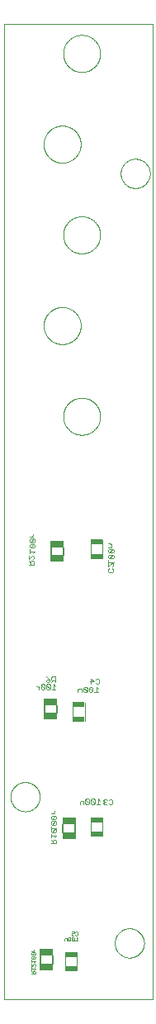
<source format=gbo>
G75*
%MOIN*%
%OFA0B0*%
%FSLAX25Y25*%
%IPPOS*%
%LPD*%
%AMOC8*
5,1,8,0,0,1.08239X$1,22.5*
%
%ADD10C,0.00000*%
%ADD11C,0.00600*%
%ADD12R,0.05512X0.02559*%
%ADD13C,0.00200*%
%ADD14C,0.00100*%
%ADD15C,0.00400*%
%ADD16R,0.05118X0.01969*%
D10*
X0009674Y0017431D02*
X0009674Y0411132D01*
X0069674Y0411132D01*
X0069674Y0017431D01*
X0009674Y0017431D01*
X0012429Y0099321D02*
X0012431Y0099474D01*
X0012437Y0099628D01*
X0012447Y0099781D01*
X0012461Y0099933D01*
X0012479Y0100086D01*
X0012501Y0100237D01*
X0012526Y0100388D01*
X0012556Y0100539D01*
X0012590Y0100689D01*
X0012627Y0100837D01*
X0012668Y0100985D01*
X0012713Y0101131D01*
X0012762Y0101277D01*
X0012815Y0101421D01*
X0012871Y0101563D01*
X0012931Y0101704D01*
X0012995Y0101844D01*
X0013062Y0101982D01*
X0013133Y0102118D01*
X0013208Y0102252D01*
X0013285Y0102384D01*
X0013367Y0102514D01*
X0013451Y0102642D01*
X0013539Y0102768D01*
X0013630Y0102891D01*
X0013724Y0103012D01*
X0013822Y0103130D01*
X0013922Y0103246D01*
X0014026Y0103359D01*
X0014132Y0103470D01*
X0014241Y0103578D01*
X0014353Y0103683D01*
X0014467Y0103784D01*
X0014585Y0103883D01*
X0014704Y0103979D01*
X0014826Y0104072D01*
X0014951Y0104161D01*
X0015078Y0104248D01*
X0015207Y0104330D01*
X0015338Y0104410D01*
X0015471Y0104486D01*
X0015606Y0104559D01*
X0015743Y0104628D01*
X0015882Y0104693D01*
X0016022Y0104755D01*
X0016164Y0104813D01*
X0016307Y0104868D01*
X0016452Y0104919D01*
X0016598Y0104966D01*
X0016745Y0105009D01*
X0016893Y0105048D01*
X0017042Y0105084D01*
X0017192Y0105115D01*
X0017343Y0105143D01*
X0017494Y0105167D01*
X0017647Y0105187D01*
X0017799Y0105203D01*
X0017952Y0105215D01*
X0018105Y0105223D01*
X0018258Y0105227D01*
X0018412Y0105227D01*
X0018565Y0105223D01*
X0018718Y0105215D01*
X0018871Y0105203D01*
X0019023Y0105187D01*
X0019176Y0105167D01*
X0019327Y0105143D01*
X0019478Y0105115D01*
X0019628Y0105084D01*
X0019777Y0105048D01*
X0019925Y0105009D01*
X0020072Y0104966D01*
X0020218Y0104919D01*
X0020363Y0104868D01*
X0020506Y0104813D01*
X0020648Y0104755D01*
X0020788Y0104693D01*
X0020927Y0104628D01*
X0021064Y0104559D01*
X0021199Y0104486D01*
X0021332Y0104410D01*
X0021463Y0104330D01*
X0021592Y0104248D01*
X0021719Y0104161D01*
X0021844Y0104072D01*
X0021966Y0103979D01*
X0022085Y0103883D01*
X0022203Y0103784D01*
X0022317Y0103683D01*
X0022429Y0103578D01*
X0022538Y0103470D01*
X0022644Y0103359D01*
X0022748Y0103246D01*
X0022848Y0103130D01*
X0022946Y0103012D01*
X0023040Y0102891D01*
X0023131Y0102768D01*
X0023219Y0102642D01*
X0023303Y0102514D01*
X0023385Y0102384D01*
X0023462Y0102252D01*
X0023537Y0102118D01*
X0023608Y0101982D01*
X0023675Y0101844D01*
X0023739Y0101704D01*
X0023799Y0101563D01*
X0023855Y0101421D01*
X0023908Y0101277D01*
X0023957Y0101131D01*
X0024002Y0100985D01*
X0024043Y0100837D01*
X0024080Y0100689D01*
X0024114Y0100539D01*
X0024144Y0100388D01*
X0024169Y0100237D01*
X0024191Y0100086D01*
X0024209Y0099933D01*
X0024223Y0099781D01*
X0024233Y0099628D01*
X0024239Y0099474D01*
X0024241Y0099321D01*
X0024239Y0099168D01*
X0024233Y0099014D01*
X0024223Y0098861D01*
X0024209Y0098709D01*
X0024191Y0098556D01*
X0024169Y0098405D01*
X0024144Y0098254D01*
X0024114Y0098103D01*
X0024080Y0097953D01*
X0024043Y0097805D01*
X0024002Y0097657D01*
X0023957Y0097511D01*
X0023908Y0097365D01*
X0023855Y0097221D01*
X0023799Y0097079D01*
X0023739Y0096938D01*
X0023675Y0096798D01*
X0023608Y0096660D01*
X0023537Y0096524D01*
X0023462Y0096390D01*
X0023385Y0096258D01*
X0023303Y0096128D01*
X0023219Y0096000D01*
X0023131Y0095874D01*
X0023040Y0095751D01*
X0022946Y0095630D01*
X0022848Y0095512D01*
X0022748Y0095396D01*
X0022644Y0095283D01*
X0022538Y0095172D01*
X0022429Y0095064D01*
X0022317Y0094959D01*
X0022203Y0094858D01*
X0022085Y0094759D01*
X0021966Y0094663D01*
X0021844Y0094570D01*
X0021719Y0094481D01*
X0021592Y0094394D01*
X0021463Y0094312D01*
X0021332Y0094232D01*
X0021199Y0094156D01*
X0021064Y0094083D01*
X0020927Y0094014D01*
X0020788Y0093949D01*
X0020648Y0093887D01*
X0020506Y0093829D01*
X0020363Y0093774D01*
X0020218Y0093723D01*
X0020072Y0093676D01*
X0019925Y0093633D01*
X0019777Y0093594D01*
X0019628Y0093558D01*
X0019478Y0093527D01*
X0019327Y0093499D01*
X0019176Y0093475D01*
X0019023Y0093455D01*
X0018871Y0093439D01*
X0018718Y0093427D01*
X0018565Y0093419D01*
X0018412Y0093415D01*
X0018258Y0093415D01*
X0018105Y0093419D01*
X0017952Y0093427D01*
X0017799Y0093439D01*
X0017647Y0093455D01*
X0017494Y0093475D01*
X0017343Y0093499D01*
X0017192Y0093527D01*
X0017042Y0093558D01*
X0016893Y0093594D01*
X0016745Y0093633D01*
X0016598Y0093676D01*
X0016452Y0093723D01*
X0016307Y0093774D01*
X0016164Y0093829D01*
X0016022Y0093887D01*
X0015882Y0093949D01*
X0015743Y0094014D01*
X0015606Y0094083D01*
X0015471Y0094156D01*
X0015338Y0094232D01*
X0015207Y0094312D01*
X0015078Y0094394D01*
X0014951Y0094481D01*
X0014826Y0094570D01*
X0014704Y0094663D01*
X0014585Y0094759D01*
X0014467Y0094858D01*
X0014353Y0094959D01*
X0014241Y0095064D01*
X0014132Y0095172D01*
X0014026Y0095283D01*
X0013922Y0095396D01*
X0013822Y0095512D01*
X0013724Y0095630D01*
X0013630Y0095751D01*
X0013539Y0095874D01*
X0013451Y0096000D01*
X0013367Y0096128D01*
X0013285Y0096258D01*
X0013208Y0096390D01*
X0013133Y0096524D01*
X0013062Y0096660D01*
X0012995Y0096798D01*
X0012931Y0096938D01*
X0012871Y0097079D01*
X0012815Y0097221D01*
X0012762Y0097365D01*
X0012713Y0097511D01*
X0012668Y0097657D01*
X0012627Y0097805D01*
X0012590Y0097953D01*
X0012556Y0098103D01*
X0012526Y0098254D01*
X0012501Y0098405D01*
X0012479Y0098556D01*
X0012461Y0098709D01*
X0012447Y0098861D01*
X0012437Y0099014D01*
X0012431Y0099168D01*
X0012429Y0099321D01*
X0033690Y0252864D02*
X0033692Y0253048D01*
X0033699Y0253231D01*
X0033710Y0253414D01*
X0033726Y0253597D01*
X0033746Y0253780D01*
X0033771Y0253962D01*
X0033800Y0254143D01*
X0033834Y0254323D01*
X0033872Y0254503D01*
X0033914Y0254681D01*
X0033961Y0254859D01*
X0034012Y0255035D01*
X0034068Y0255210D01*
X0034127Y0255384D01*
X0034191Y0255556D01*
X0034259Y0255726D01*
X0034332Y0255895D01*
X0034408Y0256062D01*
X0034489Y0256227D01*
X0034573Y0256390D01*
X0034662Y0256551D01*
X0034754Y0256709D01*
X0034850Y0256866D01*
X0034951Y0257020D01*
X0035054Y0257171D01*
X0035162Y0257320D01*
X0035273Y0257466D01*
X0035388Y0257609D01*
X0035506Y0257750D01*
X0035628Y0257887D01*
X0035753Y0258022D01*
X0035881Y0258153D01*
X0036012Y0258281D01*
X0036147Y0258406D01*
X0036284Y0258528D01*
X0036425Y0258646D01*
X0036568Y0258761D01*
X0036714Y0258872D01*
X0036863Y0258980D01*
X0037014Y0259083D01*
X0037168Y0259184D01*
X0037325Y0259280D01*
X0037483Y0259372D01*
X0037644Y0259461D01*
X0037807Y0259545D01*
X0037972Y0259626D01*
X0038139Y0259702D01*
X0038308Y0259775D01*
X0038478Y0259843D01*
X0038650Y0259907D01*
X0038824Y0259966D01*
X0038999Y0260022D01*
X0039175Y0260073D01*
X0039353Y0260120D01*
X0039531Y0260162D01*
X0039711Y0260200D01*
X0039891Y0260234D01*
X0040072Y0260263D01*
X0040254Y0260288D01*
X0040437Y0260308D01*
X0040620Y0260324D01*
X0040803Y0260335D01*
X0040986Y0260342D01*
X0041170Y0260344D01*
X0041354Y0260342D01*
X0041537Y0260335D01*
X0041720Y0260324D01*
X0041903Y0260308D01*
X0042086Y0260288D01*
X0042268Y0260263D01*
X0042449Y0260234D01*
X0042629Y0260200D01*
X0042809Y0260162D01*
X0042987Y0260120D01*
X0043165Y0260073D01*
X0043341Y0260022D01*
X0043516Y0259966D01*
X0043690Y0259907D01*
X0043862Y0259843D01*
X0044032Y0259775D01*
X0044201Y0259702D01*
X0044368Y0259626D01*
X0044533Y0259545D01*
X0044696Y0259461D01*
X0044857Y0259372D01*
X0045015Y0259280D01*
X0045172Y0259184D01*
X0045326Y0259083D01*
X0045477Y0258980D01*
X0045626Y0258872D01*
X0045772Y0258761D01*
X0045915Y0258646D01*
X0046056Y0258528D01*
X0046193Y0258406D01*
X0046328Y0258281D01*
X0046459Y0258153D01*
X0046587Y0258022D01*
X0046712Y0257887D01*
X0046834Y0257750D01*
X0046952Y0257609D01*
X0047067Y0257466D01*
X0047178Y0257320D01*
X0047286Y0257171D01*
X0047389Y0257020D01*
X0047490Y0256866D01*
X0047586Y0256709D01*
X0047678Y0256551D01*
X0047767Y0256390D01*
X0047851Y0256227D01*
X0047932Y0256062D01*
X0048008Y0255895D01*
X0048081Y0255726D01*
X0048149Y0255556D01*
X0048213Y0255384D01*
X0048272Y0255210D01*
X0048328Y0255035D01*
X0048379Y0254859D01*
X0048426Y0254681D01*
X0048468Y0254503D01*
X0048506Y0254323D01*
X0048540Y0254143D01*
X0048569Y0253962D01*
X0048594Y0253780D01*
X0048614Y0253597D01*
X0048630Y0253414D01*
X0048641Y0253231D01*
X0048648Y0253048D01*
X0048650Y0252864D01*
X0048648Y0252680D01*
X0048641Y0252497D01*
X0048630Y0252314D01*
X0048614Y0252131D01*
X0048594Y0251948D01*
X0048569Y0251766D01*
X0048540Y0251585D01*
X0048506Y0251405D01*
X0048468Y0251225D01*
X0048426Y0251047D01*
X0048379Y0250869D01*
X0048328Y0250693D01*
X0048272Y0250518D01*
X0048213Y0250344D01*
X0048149Y0250172D01*
X0048081Y0250002D01*
X0048008Y0249833D01*
X0047932Y0249666D01*
X0047851Y0249501D01*
X0047767Y0249338D01*
X0047678Y0249177D01*
X0047586Y0249019D01*
X0047490Y0248862D01*
X0047389Y0248708D01*
X0047286Y0248557D01*
X0047178Y0248408D01*
X0047067Y0248262D01*
X0046952Y0248119D01*
X0046834Y0247978D01*
X0046712Y0247841D01*
X0046587Y0247706D01*
X0046459Y0247575D01*
X0046328Y0247447D01*
X0046193Y0247322D01*
X0046056Y0247200D01*
X0045915Y0247082D01*
X0045772Y0246967D01*
X0045626Y0246856D01*
X0045477Y0246748D01*
X0045326Y0246645D01*
X0045172Y0246544D01*
X0045015Y0246448D01*
X0044857Y0246356D01*
X0044696Y0246267D01*
X0044533Y0246183D01*
X0044368Y0246102D01*
X0044201Y0246026D01*
X0044032Y0245953D01*
X0043862Y0245885D01*
X0043690Y0245821D01*
X0043516Y0245762D01*
X0043341Y0245706D01*
X0043165Y0245655D01*
X0042987Y0245608D01*
X0042809Y0245566D01*
X0042629Y0245528D01*
X0042449Y0245494D01*
X0042268Y0245465D01*
X0042086Y0245440D01*
X0041903Y0245420D01*
X0041720Y0245404D01*
X0041537Y0245393D01*
X0041354Y0245386D01*
X0041170Y0245384D01*
X0040986Y0245386D01*
X0040803Y0245393D01*
X0040620Y0245404D01*
X0040437Y0245420D01*
X0040254Y0245440D01*
X0040072Y0245465D01*
X0039891Y0245494D01*
X0039711Y0245528D01*
X0039531Y0245566D01*
X0039353Y0245608D01*
X0039175Y0245655D01*
X0038999Y0245706D01*
X0038824Y0245762D01*
X0038650Y0245821D01*
X0038478Y0245885D01*
X0038308Y0245953D01*
X0038139Y0246026D01*
X0037972Y0246102D01*
X0037807Y0246183D01*
X0037644Y0246267D01*
X0037483Y0246356D01*
X0037325Y0246448D01*
X0037168Y0246544D01*
X0037014Y0246645D01*
X0036863Y0246748D01*
X0036714Y0246856D01*
X0036568Y0246967D01*
X0036425Y0247082D01*
X0036284Y0247200D01*
X0036147Y0247322D01*
X0036012Y0247447D01*
X0035881Y0247575D01*
X0035753Y0247706D01*
X0035628Y0247841D01*
X0035506Y0247978D01*
X0035388Y0248119D01*
X0035273Y0248262D01*
X0035162Y0248408D01*
X0035054Y0248557D01*
X0034951Y0248708D01*
X0034850Y0248862D01*
X0034754Y0249019D01*
X0034662Y0249177D01*
X0034573Y0249338D01*
X0034489Y0249501D01*
X0034408Y0249666D01*
X0034332Y0249833D01*
X0034259Y0250002D01*
X0034191Y0250172D01*
X0034127Y0250344D01*
X0034068Y0250518D01*
X0034012Y0250693D01*
X0033961Y0250869D01*
X0033914Y0251047D01*
X0033872Y0251225D01*
X0033834Y0251405D01*
X0033800Y0251585D01*
X0033771Y0251766D01*
X0033746Y0251948D01*
X0033726Y0252131D01*
X0033710Y0252314D01*
X0033699Y0252497D01*
X0033692Y0252680D01*
X0033690Y0252864D01*
X0025816Y0289478D02*
X0025818Y0289662D01*
X0025825Y0289845D01*
X0025836Y0290028D01*
X0025852Y0290211D01*
X0025872Y0290394D01*
X0025897Y0290576D01*
X0025926Y0290757D01*
X0025960Y0290937D01*
X0025998Y0291117D01*
X0026040Y0291295D01*
X0026087Y0291473D01*
X0026138Y0291649D01*
X0026194Y0291824D01*
X0026253Y0291998D01*
X0026317Y0292170D01*
X0026385Y0292340D01*
X0026458Y0292509D01*
X0026534Y0292676D01*
X0026615Y0292841D01*
X0026699Y0293004D01*
X0026788Y0293165D01*
X0026880Y0293323D01*
X0026976Y0293480D01*
X0027077Y0293634D01*
X0027180Y0293785D01*
X0027288Y0293934D01*
X0027399Y0294080D01*
X0027514Y0294223D01*
X0027632Y0294364D01*
X0027754Y0294501D01*
X0027879Y0294636D01*
X0028007Y0294767D01*
X0028138Y0294895D01*
X0028273Y0295020D01*
X0028410Y0295142D01*
X0028551Y0295260D01*
X0028694Y0295375D01*
X0028840Y0295486D01*
X0028989Y0295594D01*
X0029140Y0295697D01*
X0029294Y0295798D01*
X0029451Y0295894D01*
X0029609Y0295986D01*
X0029770Y0296075D01*
X0029933Y0296159D01*
X0030098Y0296240D01*
X0030265Y0296316D01*
X0030434Y0296389D01*
X0030604Y0296457D01*
X0030776Y0296521D01*
X0030950Y0296580D01*
X0031125Y0296636D01*
X0031301Y0296687D01*
X0031479Y0296734D01*
X0031657Y0296776D01*
X0031837Y0296814D01*
X0032017Y0296848D01*
X0032198Y0296877D01*
X0032380Y0296902D01*
X0032563Y0296922D01*
X0032746Y0296938D01*
X0032929Y0296949D01*
X0033112Y0296956D01*
X0033296Y0296958D01*
X0033480Y0296956D01*
X0033663Y0296949D01*
X0033846Y0296938D01*
X0034029Y0296922D01*
X0034212Y0296902D01*
X0034394Y0296877D01*
X0034575Y0296848D01*
X0034755Y0296814D01*
X0034935Y0296776D01*
X0035113Y0296734D01*
X0035291Y0296687D01*
X0035467Y0296636D01*
X0035642Y0296580D01*
X0035816Y0296521D01*
X0035988Y0296457D01*
X0036158Y0296389D01*
X0036327Y0296316D01*
X0036494Y0296240D01*
X0036659Y0296159D01*
X0036822Y0296075D01*
X0036983Y0295986D01*
X0037141Y0295894D01*
X0037298Y0295798D01*
X0037452Y0295697D01*
X0037603Y0295594D01*
X0037752Y0295486D01*
X0037898Y0295375D01*
X0038041Y0295260D01*
X0038182Y0295142D01*
X0038319Y0295020D01*
X0038454Y0294895D01*
X0038585Y0294767D01*
X0038713Y0294636D01*
X0038838Y0294501D01*
X0038960Y0294364D01*
X0039078Y0294223D01*
X0039193Y0294080D01*
X0039304Y0293934D01*
X0039412Y0293785D01*
X0039515Y0293634D01*
X0039616Y0293480D01*
X0039712Y0293323D01*
X0039804Y0293165D01*
X0039893Y0293004D01*
X0039977Y0292841D01*
X0040058Y0292676D01*
X0040134Y0292509D01*
X0040207Y0292340D01*
X0040275Y0292170D01*
X0040339Y0291998D01*
X0040398Y0291824D01*
X0040454Y0291649D01*
X0040505Y0291473D01*
X0040552Y0291295D01*
X0040594Y0291117D01*
X0040632Y0290937D01*
X0040666Y0290757D01*
X0040695Y0290576D01*
X0040720Y0290394D01*
X0040740Y0290211D01*
X0040756Y0290028D01*
X0040767Y0289845D01*
X0040774Y0289662D01*
X0040776Y0289478D01*
X0040774Y0289294D01*
X0040767Y0289111D01*
X0040756Y0288928D01*
X0040740Y0288745D01*
X0040720Y0288562D01*
X0040695Y0288380D01*
X0040666Y0288199D01*
X0040632Y0288019D01*
X0040594Y0287839D01*
X0040552Y0287661D01*
X0040505Y0287483D01*
X0040454Y0287307D01*
X0040398Y0287132D01*
X0040339Y0286958D01*
X0040275Y0286786D01*
X0040207Y0286616D01*
X0040134Y0286447D01*
X0040058Y0286280D01*
X0039977Y0286115D01*
X0039893Y0285952D01*
X0039804Y0285791D01*
X0039712Y0285633D01*
X0039616Y0285476D01*
X0039515Y0285322D01*
X0039412Y0285171D01*
X0039304Y0285022D01*
X0039193Y0284876D01*
X0039078Y0284733D01*
X0038960Y0284592D01*
X0038838Y0284455D01*
X0038713Y0284320D01*
X0038585Y0284189D01*
X0038454Y0284061D01*
X0038319Y0283936D01*
X0038182Y0283814D01*
X0038041Y0283696D01*
X0037898Y0283581D01*
X0037752Y0283470D01*
X0037603Y0283362D01*
X0037452Y0283259D01*
X0037298Y0283158D01*
X0037141Y0283062D01*
X0036983Y0282970D01*
X0036822Y0282881D01*
X0036659Y0282797D01*
X0036494Y0282716D01*
X0036327Y0282640D01*
X0036158Y0282567D01*
X0035988Y0282499D01*
X0035816Y0282435D01*
X0035642Y0282376D01*
X0035467Y0282320D01*
X0035291Y0282269D01*
X0035113Y0282222D01*
X0034935Y0282180D01*
X0034755Y0282142D01*
X0034575Y0282108D01*
X0034394Y0282079D01*
X0034212Y0282054D01*
X0034029Y0282034D01*
X0033846Y0282018D01*
X0033663Y0282007D01*
X0033480Y0282000D01*
X0033296Y0281998D01*
X0033112Y0282000D01*
X0032929Y0282007D01*
X0032746Y0282018D01*
X0032563Y0282034D01*
X0032380Y0282054D01*
X0032198Y0282079D01*
X0032017Y0282108D01*
X0031837Y0282142D01*
X0031657Y0282180D01*
X0031479Y0282222D01*
X0031301Y0282269D01*
X0031125Y0282320D01*
X0030950Y0282376D01*
X0030776Y0282435D01*
X0030604Y0282499D01*
X0030434Y0282567D01*
X0030265Y0282640D01*
X0030098Y0282716D01*
X0029933Y0282797D01*
X0029770Y0282881D01*
X0029609Y0282970D01*
X0029451Y0283062D01*
X0029294Y0283158D01*
X0029140Y0283259D01*
X0028989Y0283362D01*
X0028840Y0283470D01*
X0028694Y0283581D01*
X0028551Y0283696D01*
X0028410Y0283814D01*
X0028273Y0283936D01*
X0028138Y0284061D01*
X0028007Y0284189D01*
X0027879Y0284320D01*
X0027754Y0284455D01*
X0027632Y0284592D01*
X0027514Y0284733D01*
X0027399Y0284876D01*
X0027288Y0285022D01*
X0027180Y0285171D01*
X0027077Y0285322D01*
X0026976Y0285476D01*
X0026880Y0285633D01*
X0026788Y0285791D01*
X0026699Y0285952D01*
X0026615Y0286115D01*
X0026534Y0286280D01*
X0026458Y0286447D01*
X0026385Y0286616D01*
X0026317Y0286786D01*
X0026253Y0286958D01*
X0026194Y0287132D01*
X0026138Y0287307D01*
X0026087Y0287483D01*
X0026040Y0287661D01*
X0025998Y0287839D01*
X0025960Y0288019D01*
X0025926Y0288199D01*
X0025897Y0288380D01*
X0025872Y0288562D01*
X0025852Y0288745D01*
X0025836Y0288928D01*
X0025825Y0289111D01*
X0025818Y0289294D01*
X0025816Y0289478D01*
X0025816Y0362707D02*
X0025818Y0362891D01*
X0025825Y0363074D01*
X0025836Y0363257D01*
X0025852Y0363440D01*
X0025872Y0363623D01*
X0025897Y0363805D01*
X0025926Y0363986D01*
X0025960Y0364166D01*
X0025998Y0364346D01*
X0026040Y0364524D01*
X0026087Y0364702D01*
X0026138Y0364878D01*
X0026194Y0365053D01*
X0026253Y0365227D01*
X0026317Y0365399D01*
X0026385Y0365569D01*
X0026458Y0365738D01*
X0026534Y0365905D01*
X0026615Y0366070D01*
X0026699Y0366233D01*
X0026788Y0366394D01*
X0026880Y0366552D01*
X0026976Y0366709D01*
X0027077Y0366863D01*
X0027180Y0367014D01*
X0027288Y0367163D01*
X0027399Y0367309D01*
X0027514Y0367452D01*
X0027632Y0367593D01*
X0027754Y0367730D01*
X0027879Y0367865D01*
X0028007Y0367996D01*
X0028138Y0368124D01*
X0028273Y0368249D01*
X0028410Y0368371D01*
X0028551Y0368489D01*
X0028694Y0368604D01*
X0028840Y0368715D01*
X0028989Y0368823D01*
X0029140Y0368926D01*
X0029294Y0369027D01*
X0029451Y0369123D01*
X0029609Y0369215D01*
X0029770Y0369304D01*
X0029933Y0369388D01*
X0030098Y0369469D01*
X0030265Y0369545D01*
X0030434Y0369618D01*
X0030604Y0369686D01*
X0030776Y0369750D01*
X0030950Y0369809D01*
X0031125Y0369865D01*
X0031301Y0369916D01*
X0031479Y0369963D01*
X0031657Y0370005D01*
X0031837Y0370043D01*
X0032017Y0370077D01*
X0032198Y0370106D01*
X0032380Y0370131D01*
X0032563Y0370151D01*
X0032746Y0370167D01*
X0032929Y0370178D01*
X0033112Y0370185D01*
X0033296Y0370187D01*
X0033480Y0370185D01*
X0033663Y0370178D01*
X0033846Y0370167D01*
X0034029Y0370151D01*
X0034212Y0370131D01*
X0034394Y0370106D01*
X0034575Y0370077D01*
X0034755Y0370043D01*
X0034935Y0370005D01*
X0035113Y0369963D01*
X0035291Y0369916D01*
X0035467Y0369865D01*
X0035642Y0369809D01*
X0035816Y0369750D01*
X0035988Y0369686D01*
X0036158Y0369618D01*
X0036327Y0369545D01*
X0036494Y0369469D01*
X0036659Y0369388D01*
X0036822Y0369304D01*
X0036983Y0369215D01*
X0037141Y0369123D01*
X0037298Y0369027D01*
X0037452Y0368926D01*
X0037603Y0368823D01*
X0037752Y0368715D01*
X0037898Y0368604D01*
X0038041Y0368489D01*
X0038182Y0368371D01*
X0038319Y0368249D01*
X0038454Y0368124D01*
X0038585Y0367996D01*
X0038713Y0367865D01*
X0038838Y0367730D01*
X0038960Y0367593D01*
X0039078Y0367452D01*
X0039193Y0367309D01*
X0039304Y0367163D01*
X0039412Y0367014D01*
X0039515Y0366863D01*
X0039616Y0366709D01*
X0039712Y0366552D01*
X0039804Y0366394D01*
X0039893Y0366233D01*
X0039977Y0366070D01*
X0040058Y0365905D01*
X0040134Y0365738D01*
X0040207Y0365569D01*
X0040275Y0365399D01*
X0040339Y0365227D01*
X0040398Y0365053D01*
X0040454Y0364878D01*
X0040505Y0364702D01*
X0040552Y0364524D01*
X0040594Y0364346D01*
X0040632Y0364166D01*
X0040666Y0363986D01*
X0040695Y0363805D01*
X0040720Y0363623D01*
X0040740Y0363440D01*
X0040756Y0363257D01*
X0040767Y0363074D01*
X0040774Y0362891D01*
X0040776Y0362707D01*
X0040774Y0362523D01*
X0040767Y0362340D01*
X0040756Y0362157D01*
X0040740Y0361974D01*
X0040720Y0361791D01*
X0040695Y0361609D01*
X0040666Y0361428D01*
X0040632Y0361248D01*
X0040594Y0361068D01*
X0040552Y0360890D01*
X0040505Y0360712D01*
X0040454Y0360536D01*
X0040398Y0360361D01*
X0040339Y0360187D01*
X0040275Y0360015D01*
X0040207Y0359845D01*
X0040134Y0359676D01*
X0040058Y0359509D01*
X0039977Y0359344D01*
X0039893Y0359181D01*
X0039804Y0359020D01*
X0039712Y0358862D01*
X0039616Y0358705D01*
X0039515Y0358551D01*
X0039412Y0358400D01*
X0039304Y0358251D01*
X0039193Y0358105D01*
X0039078Y0357962D01*
X0038960Y0357821D01*
X0038838Y0357684D01*
X0038713Y0357549D01*
X0038585Y0357418D01*
X0038454Y0357290D01*
X0038319Y0357165D01*
X0038182Y0357043D01*
X0038041Y0356925D01*
X0037898Y0356810D01*
X0037752Y0356699D01*
X0037603Y0356591D01*
X0037452Y0356488D01*
X0037298Y0356387D01*
X0037141Y0356291D01*
X0036983Y0356199D01*
X0036822Y0356110D01*
X0036659Y0356026D01*
X0036494Y0355945D01*
X0036327Y0355869D01*
X0036158Y0355796D01*
X0035988Y0355728D01*
X0035816Y0355664D01*
X0035642Y0355605D01*
X0035467Y0355549D01*
X0035291Y0355498D01*
X0035113Y0355451D01*
X0034935Y0355409D01*
X0034755Y0355371D01*
X0034575Y0355337D01*
X0034394Y0355308D01*
X0034212Y0355283D01*
X0034029Y0355263D01*
X0033846Y0355247D01*
X0033663Y0355236D01*
X0033480Y0355229D01*
X0033296Y0355227D01*
X0033112Y0355229D01*
X0032929Y0355236D01*
X0032746Y0355247D01*
X0032563Y0355263D01*
X0032380Y0355283D01*
X0032198Y0355308D01*
X0032017Y0355337D01*
X0031837Y0355371D01*
X0031657Y0355409D01*
X0031479Y0355451D01*
X0031301Y0355498D01*
X0031125Y0355549D01*
X0030950Y0355605D01*
X0030776Y0355664D01*
X0030604Y0355728D01*
X0030434Y0355796D01*
X0030265Y0355869D01*
X0030098Y0355945D01*
X0029933Y0356026D01*
X0029770Y0356110D01*
X0029609Y0356199D01*
X0029451Y0356291D01*
X0029294Y0356387D01*
X0029140Y0356488D01*
X0028989Y0356591D01*
X0028840Y0356699D01*
X0028694Y0356810D01*
X0028551Y0356925D01*
X0028410Y0357043D01*
X0028273Y0357165D01*
X0028138Y0357290D01*
X0028007Y0357418D01*
X0027879Y0357549D01*
X0027754Y0357684D01*
X0027632Y0357821D01*
X0027514Y0357962D01*
X0027399Y0358105D01*
X0027288Y0358251D01*
X0027180Y0358400D01*
X0027077Y0358551D01*
X0026976Y0358705D01*
X0026880Y0358862D01*
X0026788Y0359020D01*
X0026699Y0359181D01*
X0026615Y0359344D01*
X0026534Y0359509D01*
X0026458Y0359676D01*
X0026385Y0359845D01*
X0026317Y0360015D01*
X0026253Y0360187D01*
X0026194Y0360361D01*
X0026138Y0360536D01*
X0026087Y0360712D01*
X0026040Y0360890D01*
X0025998Y0361068D01*
X0025960Y0361248D01*
X0025926Y0361428D01*
X0025897Y0361609D01*
X0025872Y0361791D01*
X0025852Y0361974D01*
X0025836Y0362157D01*
X0025825Y0362340D01*
X0025818Y0362523D01*
X0025816Y0362707D01*
X0033690Y0399321D02*
X0033692Y0399505D01*
X0033699Y0399688D01*
X0033710Y0399871D01*
X0033726Y0400054D01*
X0033746Y0400237D01*
X0033771Y0400419D01*
X0033800Y0400600D01*
X0033834Y0400780D01*
X0033872Y0400960D01*
X0033914Y0401138D01*
X0033961Y0401316D01*
X0034012Y0401492D01*
X0034068Y0401667D01*
X0034127Y0401841D01*
X0034191Y0402013D01*
X0034259Y0402183D01*
X0034332Y0402352D01*
X0034408Y0402519D01*
X0034489Y0402684D01*
X0034573Y0402847D01*
X0034662Y0403008D01*
X0034754Y0403166D01*
X0034850Y0403323D01*
X0034951Y0403477D01*
X0035054Y0403628D01*
X0035162Y0403777D01*
X0035273Y0403923D01*
X0035388Y0404066D01*
X0035506Y0404207D01*
X0035628Y0404344D01*
X0035753Y0404479D01*
X0035881Y0404610D01*
X0036012Y0404738D01*
X0036147Y0404863D01*
X0036284Y0404985D01*
X0036425Y0405103D01*
X0036568Y0405218D01*
X0036714Y0405329D01*
X0036863Y0405437D01*
X0037014Y0405540D01*
X0037168Y0405641D01*
X0037325Y0405737D01*
X0037483Y0405829D01*
X0037644Y0405918D01*
X0037807Y0406002D01*
X0037972Y0406083D01*
X0038139Y0406159D01*
X0038308Y0406232D01*
X0038478Y0406300D01*
X0038650Y0406364D01*
X0038824Y0406423D01*
X0038999Y0406479D01*
X0039175Y0406530D01*
X0039353Y0406577D01*
X0039531Y0406619D01*
X0039711Y0406657D01*
X0039891Y0406691D01*
X0040072Y0406720D01*
X0040254Y0406745D01*
X0040437Y0406765D01*
X0040620Y0406781D01*
X0040803Y0406792D01*
X0040986Y0406799D01*
X0041170Y0406801D01*
X0041354Y0406799D01*
X0041537Y0406792D01*
X0041720Y0406781D01*
X0041903Y0406765D01*
X0042086Y0406745D01*
X0042268Y0406720D01*
X0042449Y0406691D01*
X0042629Y0406657D01*
X0042809Y0406619D01*
X0042987Y0406577D01*
X0043165Y0406530D01*
X0043341Y0406479D01*
X0043516Y0406423D01*
X0043690Y0406364D01*
X0043862Y0406300D01*
X0044032Y0406232D01*
X0044201Y0406159D01*
X0044368Y0406083D01*
X0044533Y0406002D01*
X0044696Y0405918D01*
X0044857Y0405829D01*
X0045015Y0405737D01*
X0045172Y0405641D01*
X0045326Y0405540D01*
X0045477Y0405437D01*
X0045626Y0405329D01*
X0045772Y0405218D01*
X0045915Y0405103D01*
X0046056Y0404985D01*
X0046193Y0404863D01*
X0046328Y0404738D01*
X0046459Y0404610D01*
X0046587Y0404479D01*
X0046712Y0404344D01*
X0046834Y0404207D01*
X0046952Y0404066D01*
X0047067Y0403923D01*
X0047178Y0403777D01*
X0047286Y0403628D01*
X0047389Y0403477D01*
X0047490Y0403323D01*
X0047586Y0403166D01*
X0047678Y0403008D01*
X0047767Y0402847D01*
X0047851Y0402684D01*
X0047932Y0402519D01*
X0048008Y0402352D01*
X0048081Y0402183D01*
X0048149Y0402013D01*
X0048213Y0401841D01*
X0048272Y0401667D01*
X0048328Y0401492D01*
X0048379Y0401316D01*
X0048426Y0401138D01*
X0048468Y0400960D01*
X0048506Y0400780D01*
X0048540Y0400600D01*
X0048569Y0400419D01*
X0048594Y0400237D01*
X0048614Y0400054D01*
X0048630Y0399871D01*
X0048641Y0399688D01*
X0048648Y0399505D01*
X0048650Y0399321D01*
X0048648Y0399137D01*
X0048641Y0398954D01*
X0048630Y0398771D01*
X0048614Y0398588D01*
X0048594Y0398405D01*
X0048569Y0398223D01*
X0048540Y0398042D01*
X0048506Y0397862D01*
X0048468Y0397682D01*
X0048426Y0397504D01*
X0048379Y0397326D01*
X0048328Y0397150D01*
X0048272Y0396975D01*
X0048213Y0396801D01*
X0048149Y0396629D01*
X0048081Y0396459D01*
X0048008Y0396290D01*
X0047932Y0396123D01*
X0047851Y0395958D01*
X0047767Y0395795D01*
X0047678Y0395634D01*
X0047586Y0395476D01*
X0047490Y0395319D01*
X0047389Y0395165D01*
X0047286Y0395014D01*
X0047178Y0394865D01*
X0047067Y0394719D01*
X0046952Y0394576D01*
X0046834Y0394435D01*
X0046712Y0394298D01*
X0046587Y0394163D01*
X0046459Y0394032D01*
X0046328Y0393904D01*
X0046193Y0393779D01*
X0046056Y0393657D01*
X0045915Y0393539D01*
X0045772Y0393424D01*
X0045626Y0393313D01*
X0045477Y0393205D01*
X0045326Y0393102D01*
X0045172Y0393001D01*
X0045015Y0392905D01*
X0044857Y0392813D01*
X0044696Y0392724D01*
X0044533Y0392640D01*
X0044368Y0392559D01*
X0044201Y0392483D01*
X0044032Y0392410D01*
X0043862Y0392342D01*
X0043690Y0392278D01*
X0043516Y0392219D01*
X0043341Y0392163D01*
X0043165Y0392112D01*
X0042987Y0392065D01*
X0042809Y0392023D01*
X0042629Y0391985D01*
X0042449Y0391951D01*
X0042268Y0391922D01*
X0042086Y0391897D01*
X0041903Y0391877D01*
X0041720Y0391861D01*
X0041537Y0391850D01*
X0041354Y0391843D01*
X0041170Y0391841D01*
X0040986Y0391843D01*
X0040803Y0391850D01*
X0040620Y0391861D01*
X0040437Y0391877D01*
X0040254Y0391897D01*
X0040072Y0391922D01*
X0039891Y0391951D01*
X0039711Y0391985D01*
X0039531Y0392023D01*
X0039353Y0392065D01*
X0039175Y0392112D01*
X0038999Y0392163D01*
X0038824Y0392219D01*
X0038650Y0392278D01*
X0038478Y0392342D01*
X0038308Y0392410D01*
X0038139Y0392483D01*
X0037972Y0392559D01*
X0037807Y0392640D01*
X0037644Y0392724D01*
X0037483Y0392813D01*
X0037325Y0392905D01*
X0037168Y0393001D01*
X0037014Y0393102D01*
X0036863Y0393205D01*
X0036714Y0393313D01*
X0036568Y0393424D01*
X0036425Y0393539D01*
X0036284Y0393657D01*
X0036147Y0393779D01*
X0036012Y0393904D01*
X0035881Y0394032D01*
X0035753Y0394163D01*
X0035628Y0394298D01*
X0035506Y0394435D01*
X0035388Y0394576D01*
X0035273Y0394719D01*
X0035162Y0394865D01*
X0035054Y0395014D01*
X0034951Y0395165D01*
X0034850Y0395319D01*
X0034754Y0395476D01*
X0034662Y0395634D01*
X0034573Y0395795D01*
X0034489Y0395958D01*
X0034408Y0396123D01*
X0034332Y0396290D01*
X0034259Y0396459D01*
X0034191Y0396629D01*
X0034127Y0396801D01*
X0034068Y0396975D01*
X0034012Y0397150D01*
X0033961Y0397326D01*
X0033914Y0397504D01*
X0033872Y0397682D01*
X0033834Y0397862D01*
X0033800Y0398042D01*
X0033771Y0398223D01*
X0033746Y0398405D01*
X0033726Y0398588D01*
X0033710Y0398771D01*
X0033699Y0398954D01*
X0033692Y0399137D01*
X0033690Y0399321D01*
X0033690Y0326093D02*
X0033692Y0326277D01*
X0033699Y0326460D01*
X0033710Y0326643D01*
X0033726Y0326826D01*
X0033746Y0327009D01*
X0033771Y0327191D01*
X0033800Y0327372D01*
X0033834Y0327552D01*
X0033872Y0327732D01*
X0033914Y0327910D01*
X0033961Y0328088D01*
X0034012Y0328264D01*
X0034068Y0328439D01*
X0034127Y0328613D01*
X0034191Y0328785D01*
X0034259Y0328955D01*
X0034332Y0329124D01*
X0034408Y0329291D01*
X0034489Y0329456D01*
X0034573Y0329619D01*
X0034662Y0329780D01*
X0034754Y0329938D01*
X0034850Y0330095D01*
X0034951Y0330249D01*
X0035054Y0330400D01*
X0035162Y0330549D01*
X0035273Y0330695D01*
X0035388Y0330838D01*
X0035506Y0330979D01*
X0035628Y0331116D01*
X0035753Y0331251D01*
X0035881Y0331382D01*
X0036012Y0331510D01*
X0036147Y0331635D01*
X0036284Y0331757D01*
X0036425Y0331875D01*
X0036568Y0331990D01*
X0036714Y0332101D01*
X0036863Y0332209D01*
X0037014Y0332312D01*
X0037168Y0332413D01*
X0037325Y0332509D01*
X0037483Y0332601D01*
X0037644Y0332690D01*
X0037807Y0332774D01*
X0037972Y0332855D01*
X0038139Y0332931D01*
X0038308Y0333004D01*
X0038478Y0333072D01*
X0038650Y0333136D01*
X0038824Y0333195D01*
X0038999Y0333251D01*
X0039175Y0333302D01*
X0039353Y0333349D01*
X0039531Y0333391D01*
X0039711Y0333429D01*
X0039891Y0333463D01*
X0040072Y0333492D01*
X0040254Y0333517D01*
X0040437Y0333537D01*
X0040620Y0333553D01*
X0040803Y0333564D01*
X0040986Y0333571D01*
X0041170Y0333573D01*
X0041354Y0333571D01*
X0041537Y0333564D01*
X0041720Y0333553D01*
X0041903Y0333537D01*
X0042086Y0333517D01*
X0042268Y0333492D01*
X0042449Y0333463D01*
X0042629Y0333429D01*
X0042809Y0333391D01*
X0042987Y0333349D01*
X0043165Y0333302D01*
X0043341Y0333251D01*
X0043516Y0333195D01*
X0043690Y0333136D01*
X0043862Y0333072D01*
X0044032Y0333004D01*
X0044201Y0332931D01*
X0044368Y0332855D01*
X0044533Y0332774D01*
X0044696Y0332690D01*
X0044857Y0332601D01*
X0045015Y0332509D01*
X0045172Y0332413D01*
X0045326Y0332312D01*
X0045477Y0332209D01*
X0045626Y0332101D01*
X0045772Y0331990D01*
X0045915Y0331875D01*
X0046056Y0331757D01*
X0046193Y0331635D01*
X0046328Y0331510D01*
X0046459Y0331382D01*
X0046587Y0331251D01*
X0046712Y0331116D01*
X0046834Y0330979D01*
X0046952Y0330838D01*
X0047067Y0330695D01*
X0047178Y0330549D01*
X0047286Y0330400D01*
X0047389Y0330249D01*
X0047490Y0330095D01*
X0047586Y0329938D01*
X0047678Y0329780D01*
X0047767Y0329619D01*
X0047851Y0329456D01*
X0047932Y0329291D01*
X0048008Y0329124D01*
X0048081Y0328955D01*
X0048149Y0328785D01*
X0048213Y0328613D01*
X0048272Y0328439D01*
X0048328Y0328264D01*
X0048379Y0328088D01*
X0048426Y0327910D01*
X0048468Y0327732D01*
X0048506Y0327552D01*
X0048540Y0327372D01*
X0048569Y0327191D01*
X0048594Y0327009D01*
X0048614Y0326826D01*
X0048630Y0326643D01*
X0048641Y0326460D01*
X0048648Y0326277D01*
X0048650Y0326093D01*
X0048648Y0325909D01*
X0048641Y0325726D01*
X0048630Y0325543D01*
X0048614Y0325360D01*
X0048594Y0325177D01*
X0048569Y0324995D01*
X0048540Y0324814D01*
X0048506Y0324634D01*
X0048468Y0324454D01*
X0048426Y0324276D01*
X0048379Y0324098D01*
X0048328Y0323922D01*
X0048272Y0323747D01*
X0048213Y0323573D01*
X0048149Y0323401D01*
X0048081Y0323231D01*
X0048008Y0323062D01*
X0047932Y0322895D01*
X0047851Y0322730D01*
X0047767Y0322567D01*
X0047678Y0322406D01*
X0047586Y0322248D01*
X0047490Y0322091D01*
X0047389Y0321937D01*
X0047286Y0321786D01*
X0047178Y0321637D01*
X0047067Y0321491D01*
X0046952Y0321348D01*
X0046834Y0321207D01*
X0046712Y0321070D01*
X0046587Y0320935D01*
X0046459Y0320804D01*
X0046328Y0320676D01*
X0046193Y0320551D01*
X0046056Y0320429D01*
X0045915Y0320311D01*
X0045772Y0320196D01*
X0045626Y0320085D01*
X0045477Y0319977D01*
X0045326Y0319874D01*
X0045172Y0319773D01*
X0045015Y0319677D01*
X0044857Y0319585D01*
X0044696Y0319496D01*
X0044533Y0319412D01*
X0044368Y0319331D01*
X0044201Y0319255D01*
X0044032Y0319182D01*
X0043862Y0319114D01*
X0043690Y0319050D01*
X0043516Y0318991D01*
X0043341Y0318935D01*
X0043165Y0318884D01*
X0042987Y0318837D01*
X0042809Y0318795D01*
X0042629Y0318757D01*
X0042449Y0318723D01*
X0042268Y0318694D01*
X0042086Y0318669D01*
X0041903Y0318649D01*
X0041720Y0318633D01*
X0041537Y0318622D01*
X0041354Y0318615D01*
X0041170Y0318613D01*
X0040986Y0318615D01*
X0040803Y0318622D01*
X0040620Y0318633D01*
X0040437Y0318649D01*
X0040254Y0318669D01*
X0040072Y0318694D01*
X0039891Y0318723D01*
X0039711Y0318757D01*
X0039531Y0318795D01*
X0039353Y0318837D01*
X0039175Y0318884D01*
X0038999Y0318935D01*
X0038824Y0318991D01*
X0038650Y0319050D01*
X0038478Y0319114D01*
X0038308Y0319182D01*
X0038139Y0319255D01*
X0037972Y0319331D01*
X0037807Y0319412D01*
X0037644Y0319496D01*
X0037483Y0319585D01*
X0037325Y0319677D01*
X0037168Y0319773D01*
X0037014Y0319874D01*
X0036863Y0319977D01*
X0036714Y0320085D01*
X0036568Y0320196D01*
X0036425Y0320311D01*
X0036284Y0320429D01*
X0036147Y0320551D01*
X0036012Y0320676D01*
X0035881Y0320804D01*
X0035753Y0320935D01*
X0035628Y0321070D01*
X0035506Y0321207D01*
X0035388Y0321348D01*
X0035273Y0321491D01*
X0035162Y0321637D01*
X0035054Y0321786D01*
X0034951Y0321937D01*
X0034850Y0322091D01*
X0034754Y0322248D01*
X0034662Y0322406D01*
X0034573Y0322567D01*
X0034489Y0322730D01*
X0034408Y0322895D01*
X0034332Y0323062D01*
X0034259Y0323231D01*
X0034191Y0323401D01*
X0034127Y0323573D01*
X0034068Y0323747D01*
X0034012Y0323922D01*
X0033961Y0324098D01*
X0033914Y0324276D01*
X0033872Y0324454D01*
X0033834Y0324634D01*
X0033800Y0324814D01*
X0033771Y0324995D01*
X0033746Y0325177D01*
X0033726Y0325360D01*
X0033710Y0325543D01*
X0033699Y0325726D01*
X0033692Y0325909D01*
X0033690Y0326093D01*
X0056918Y0350896D02*
X0056920Y0351049D01*
X0056926Y0351203D01*
X0056936Y0351356D01*
X0056950Y0351508D01*
X0056968Y0351661D01*
X0056990Y0351812D01*
X0057015Y0351963D01*
X0057045Y0352114D01*
X0057079Y0352264D01*
X0057116Y0352412D01*
X0057157Y0352560D01*
X0057202Y0352706D01*
X0057251Y0352852D01*
X0057304Y0352996D01*
X0057360Y0353138D01*
X0057420Y0353279D01*
X0057484Y0353419D01*
X0057551Y0353557D01*
X0057622Y0353693D01*
X0057697Y0353827D01*
X0057774Y0353959D01*
X0057856Y0354089D01*
X0057940Y0354217D01*
X0058028Y0354343D01*
X0058119Y0354466D01*
X0058213Y0354587D01*
X0058311Y0354705D01*
X0058411Y0354821D01*
X0058515Y0354934D01*
X0058621Y0355045D01*
X0058730Y0355153D01*
X0058842Y0355258D01*
X0058956Y0355359D01*
X0059074Y0355458D01*
X0059193Y0355554D01*
X0059315Y0355647D01*
X0059440Y0355736D01*
X0059567Y0355823D01*
X0059696Y0355905D01*
X0059827Y0355985D01*
X0059960Y0356061D01*
X0060095Y0356134D01*
X0060232Y0356203D01*
X0060371Y0356268D01*
X0060511Y0356330D01*
X0060653Y0356388D01*
X0060796Y0356443D01*
X0060941Y0356494D01*
X0061087Y0356541D01*
X0061234Y0356584D01*
X0061382Y0356623D01*
X0061531Y0356659D01*
X0061681Y0356690D01*
X0061832Y0356718D01*
X0061983Y0356742D01*
X0062136Y0356762D01*
X0062288Y0356778D01*
X0062441Y0356790D01*
X0062594Y0356798D01*
X0062747Y0356802D01*
X0062901Y0356802D01*
X0063054Y0356798D01*
X0063207Y0356790D01*
X0063360Y0356778D01*
X0063512Y0356762D01*
X0063665Y0356742D01*
X0063816Y0356718D01*
X0063967Y0356690D01*
X0064117Y0356659D01*
X0064266Y0356623D01*
X0064414Y0356584D01*
X0064561Y0356541D01*
X0064707Y0356494D01*
X0064852Y0356443D01*
X0064995Y0356388D01*
X0065137Y0356330D01*
X0065277Y0356268D01*
X0065416Y0356203D01*
X0065553Y0356134D01*
X0065688Y0356061D01*
X0065821Y0355985D01*
X0065952Y0355905D01*
X0066081Y0355823D01*
X0066208Y0355736D01*
X0066333Y0355647D01*
X0066455Y0355554D01*
X0066574Y0355458D01*
X0066692Y0355359D01*
X0066806Y0355258D01*
X0066918Y0355153D01*
X0067027Y0355045D01*
X0067133Y0354934D01*
X0067237Y0354821D01*
X0067337Y0354705D01*
X0067435Y0354587D01*
X0067529Y0354466D01*
X0067620Y0354343D01*
X0067708Y0354217D01*
X0067792Y0354089D01*
X0067874Y0353959D01*
X0067951Y0353827D01*
X0068026Y0353693D01*
X0068097Y0353557D01*
X0068164Y0353419D01*
X0068228Y0353279D01*
X0068288Y0353138D01*
X0068344Y0352996D01*
X0068397Y0352852D01*
X0068446Y0352706D01*
X0068491Y0352560D01*
X0068532Y0352412D01*
X0068569Y0352264D01*
X0068603Y0352114D01*
X0068633Y0351963D01*
X0068658Y0351812D01*
X0068680Y0351661D01*
X0068698Y0351508D01*
X0068712Y0351356D01*
X0068722Y0351203D01*
X0068728Y0351049D01*
X0068730Y0350896D01*
X0068728Y0350743D01*
X0068722Y0350589D01*
X0068712Y0350436D01*
X0068698Y0350284D01*
X0068680Y0350131D01*
X0068658Y0349980D01*
X0068633Y0349829D01*
X0068603Y0349678D01*
X0068569Y0349528D01*
X0068532Y0349380D01*
X0068491Y0349232D01*
X0068446Y0349086D01*
X0068397Y0348940D01*
X0068344Y0348796D01*
X0068288Y0348654D01*
X0068228Y0348513D01*
X0068164Y0348373D01*
X0068097Y0348235D01*
X0068026Y0348099D01*
X0067951Y0347965D01*
X0067874Y0347833D01*
X0067792Y0347703D01*
X0067708Y0347575D01*
X0067620Y0347449D01*
X0067529Y0347326D01*
X0067435Y0347205D01*
X0067337Y0347087D01*
X0067237Y0346971D01*
X0067133Y0346858D01*
X0067027Y0346747D01*
X0066918Y0346639D01*
X0066806Y0346534D01*
X0066692Y0346433D01*
X0066574Y0346334D01*
X0066455Y0346238D01*
X0066333Y0346145D01*
X0066208Y0346056D01*
X0066081Y0345969D01*
X0065952Y0345887D01*
X0065821Y0345807D01*
X0065688Y0345731D01*
X0065553Y0345658D01*
X0065416Y0345589D01*
X0065277Y0345524D01*
X0065137Y0345462D01*
X0064995Y0345404D01*
X0064852Y0345349D01*
X0064707Y0345298D01*
X0064561Y0345251D01*
X0064414Y0345208D01*
X0064266Y0345169D01*
X0064117Y0345133D01*
X0063967Y0345102D01*
X0063816Y0345074D01*
X0063665Y0345050D01*
X0063512Y0345030D01*
X0063360Y0345014D01*
X0063207Y0345002D01*
X0063054Y0344994D01*
X0062901Y0344990D01*
X0062747Y0344990D01*
X0062594Y0344994D01*
X0062441Y0345002D01*
X0062288Y0345014D01*
X0062136Y0345030D01*
X0061983Y0345050D01*
X0061832Y0345074D01*
X0061681Y0345102D01*
X0061531Y0345133D01*
X0061382Y0345169D01*
X0061234Y0345208D01*
X0061087Y0345251D01*
X0060941Y0345298D01*
X0060796Y0345349D01*
X0060653Y0345404D01*
X0060511Y0345462D01*
X0060371Y0345524D01*
X0060232Y0345589D01*
X0060095Y0345658D01*
X0059960Y0345731D01*
X0059827Y0345807D01*
X0059696Y0345887D01*
X0059567Y0345969D01*
X0059440Y0346056D01*
X0059315Y0346145D01*
X0059193Y0346238D01*
X0059074Y0346334D01*
X0058956Y0346433D01*
X0058842Y0346534D01*
X0058730Y0346639D01*
X0058621Y0346747D01*
X0058515Y0346858D01*
X0058411Y0346971D01*
X0058311Y0347087D01*
X0058213Y0347205D01*
X0058119Y0347326D01*
X0058028Y0347449D01*
X0057940Y0347575D01*
X0057856Y0347703D01*
X0057774Y0347833D01*
X0057697Y0347965D01*
X0057622Y0348099D01*
X0057551Y0348235D01*
X0057484Y0348373D01*
X0057420Y0348513D01*
X0057360Y0348654D01*
X0057304Y0348796D01*
X0057251Y0348940D01*
X0057202Y0349086D01*
X0057157Y0349232D01*
X0057116Y0349380D01*
X0057079Y0349528D01*
X0057045Y0349678D01*
X0057015Y0349829D01*
X0056990Y0349980D01*
X0056968Y0350131D01*
X0056950Y0350284D01*
X0056936Y0350436D01*
X0056926Y0350589D01*
X0056920Y0350743D01*
X0056918Y0350896D01*
X0054555Y0040266D02*
X0054557Y0040419D01*
X0054563Y0040573D01*
X0054573Y0040726D01*
X0054587Y0040878D01*
X0054605Y0041031D01*
X0054627Y0041182D01*
X0054652Y0041333D01*
X0054682Y0041484D01*
X0054716Y0041634D01*
X0054753Y0041782D01*
X0054794Y0041930D01*
X0054839Y0042076D01*
X0054888Y0042222D01*
X0054941Y0042366D01*
X0054997Y0042508D01*
X0055057Y0042649D01*
X0055121Y0042789D01*
X0055188Y0042927D01*
X0055259Y0043063D01*
X0055334Y0043197D01*
X0055411Y0043329D01*
X0055493Y0043459D01*
X0055577Y0043587D01*
X0055665Y0043713D01*
X0055756Y0043836D01*
X0055850Y0043957D01*
X0055948Y0044075D01*
X0056048Y0044191D01*
X0056152Y0044304D01*
X0056258Y0044415D01*
X0056367Y0044523D01*
X0056479Y0044628D01*
X0056593Y0044729D01*
X0056711Y0044828D01*
X0056830Y0044924D01*
X0056952Y0045017D01*
X0057077Y0045106D01*
X0057204Y0045193D01*
X0057333Y0045275D01*
X0057464Y0045355D01*
X0057597Y0045431D01*
X0057732Y0045504D01*
X0057869Y0045573D01*
X0058008Y0045638D01*
X0058148Y0045700D01*
X0058290Y0045758D01*
X0058433Y0045813D01*
X0058578Y0045864D01*
X0058724Y0045911D01*
X0058871Y0045954D01*
X0059019Y0045993D01*
X0059168Y0046029D01*
X0059318Y0046060D01*
X0059469Y0046088D01*
X0059620Y0046112D01*
X0059773Y0046132D01*
X0059925Y0046148D01*
X0060078Y0046160D01*
X0060231Y0046168D01*
X0060384Y0046172D01*
X0060538Y0046172D01*
X0060691Y0046168D01*
X0060844Y0046160D01*
X0060997Y0046148D01*
X0061149Y0046132D01*
X0061302Y0046112D01*
X0061453Y0046088D01*
X0061604Y0046060D01*
X0061754Y0046029D01*
X0061903Y0045993D01*
X0062051Y0045954D01*
X0062198Y0045911D01*
X0062344Y0045864D01*
X0062489Y0045813D01*
X0062632Y0045758D01*
X0062774Y0045700D01*
X0062914Y0045638D01*
X0063053Y0045573D01*
X0063190Y0045504D01*
X0063325Y0045431D01*
X0063458Y0045355D01*
X0063589Y0045275D01*
X0063718Y0045193D01*
X0063845Y0045106D01*
X0063970Y0045017D01*
X0064092Y0044924D01*
X0064211Y0044828D01*
X0064329Y0044729D01*
X0064443Y0044628D01*
X0064555Y0044523D01*
X0064664Y0044415D01*
X0064770Y0044304D01*
X0064874Y0044191D01*
X0064974Y0044075D01*
X0065072Y0043957D01*
X0065166Y0043836D01*
X0065257Y0043713D01*
X0065345Y0043587D01*
X0065429Y0043459D01*
X0065511Y0043329D01*
X0065588Y0043197D01*
X0065663Y0043063D01*
X0065734Y0042927D01*
X0065801Y0042789D01*
X0065865Y0042649D01*
X0065925Y0042508D01*
X0065981Y0042366D01*
X0066034Y0042222D01*
X0066083Y0042076D01*
X0066128Y0041930D01*
X0066169Y0041782D01*
X0066206Y0041634D01*
X0066240Y0041484D01*
X0066270Y0041333D01*
X0066295Y0041182D01*
X0066317Y0041031D01*
X0066335Y0040878D01*
X0066349Y0040726D01*
X0066359Y0040573D01*
X0066365Y0040419D01*
X0066367Y0040266D01*
X0066365Y0040113D01*
X0066359Y0039959D01*
X0066349Y0039806D01*
X0066335Y0039654D01*
X0066317Y0039501D01*
X0066295Y0039350D01*
X0066270Y0039199D01*
X0066240Y0039048D01*
X0066206Y0038898D01*
X0066169Y0038750D01*
X0066128Y0038602D01*
X0066083Y0038456D01*
X0066034Y0038310D01*
X0065981Y0038166D01*
X0065925Y0038024D01*
X0065865Y0037883D01*
X0065801Y0037743D01*
X0065734Y0037605D01*
X0065663Y0037469D01*
X0065588Y0037335D01*
X0065511Y0037203D01*
X0065429Y0037073D01*
X0065345Y0036945D01*
X0065257Y0036819D01*
X0065166Y0036696D01*
X0065072Y0036575D01*
X0064974Y0036457D01*
X0064874Y0036341D01*
X0064770Y0036228D01*
X0064664Y0036117D01*
X0064555Y0036009D01*
X0064443Y0035904D01*
X0064329Y0035803D01*
X0064211Y0035704D01*
X0064092Y0035608D01*
X0063970Y0035515D01*
X0063845Y0035426D01*
X0063718Y0035339D01*
X0063589Y0035257D01*
X0063458Y0035177D01*
X0063325Y0035101D01*
X0063190Y0035028D01*
X0063053Y0034959D01*
X0062914Y0034894D01*
X0062774Y0034832D01*
X0062632Y0034774D01*
X0062489Y0034719D01*
X0062344Y0034668D01*
X0062198Y0034621D01*
X0062051Y0034578D01*
X0061903Y0034539D01*
X0061754Y0034503D01*
X0061604Y0034472D01*
X0061453Y0034444D01*
X0061302Y0034420D01*
X0061149Y0034400D01*
X0060997Y0034384D01*
X0060844Y0034372D01*
X0060691Y0034364D01*
X0060538Y0034360D01*
X0060384Y0034360D01*
X0060231Y0034364D01*
X0060078Y0034372D01*
X0059925Y0034384D01*
X0059773Y0034400D01*
X0059620Y0034420D01*
X0059469Y0034444D01*
X0059318Y0034472D01*
X0059168Y0034503D01*
X0059019Y0034539D01*
X0058871Y0034578D01*
X0058724Y0034621D01*
X0058578Y0034668D01*
X0058433Y0034719D01*
X0058290Y0034774D01*
X0058148Y0034832D01*
X0058008Y0034894D01*
X0057869Y0034959D01*
X0057732Y0035028D01*
X0057597Y0035101D01*
X0057464Y0035177D01*
X0057333Y0035257D01*
X0057204Y0035339D01*
X0057077Y0035426D01*
X0056952Y0035515D01*
X0056830Y0035608D01*
X0056711Y0035704D01*
X0056593Y0035803D01*
X0056479Y0035904D01*
X0056367Y0036009D01*
X0056258Y0036117D01*
X0056152Y0036228D01*
X0056048Y0036341D01*
X0055948Y0036457D01*
X0055850Y0036575D01*
X0055756Y0036696D01*
X0055665Y0036819D01*
X0055577Y0036945D01*
X0055493Y0037073D01*
X0055411Y0037203D01*
X0055334Y0037335D01*
X0055259Y0037469D01*
X0055188Y0037605D01*
X0055121Y0037743D01*
X0055057Y0037883D01*
X0054997Y0038024D01*
X0054941Y0038166D01*
X0054888Y0038310D01*
X0054839Y0038456D01*
X0054794Y0038602D01*
X0054753Y0038750D01*
X0054716Y0038898D01*
X0054682Y0039048D01*
X0054652Y0039199D01*
X0054627Y0039350D01*
X0054605Y0039501D01*
X0054587Y0039654D01*
X0054573Y0039806D01*
X0054563Y0039959D01*
X0054557Y0040113D01*
X0054555Y0040266D01*
D11*
X0038552Y0084951D02*
X0038552Y0088179D01*
X0033552Y0088179D02*
X0033552Y0084951D01*
X0031072Y0133179D02*
X0031072Y0136407D01*
X0026072Y0136407D02*
X0026072Y0133179D01*
X0028828Y0196762D02*
X0028828Y0199990D01*
X0033828Y0199990D02*
X0033828Y0196762D01*
X0029497Y0035226D02*
X0029497Y0031998D01*
X0024497Y0031998D02*
X0024497Y0035226D01*
D12*
X0026991Y0036533D03*
X0026991Y0030733D03*
X0036046Y0083685D03*
X0036046Y0089485D03*
X0028566Y0131914D03*
X0028566Y0137714D03*
X0031322Y0195496D03*
X0031322Y0201296D03*
D13*
X0022332Y0200934D02*
X0021965Y0201301D01*
X0020497Y0199833D01*
X0020130Y0200200D01*
X0020130Y0200934D01*
X0020497Y0201301D01*
X0021965Y0201301D01*
X0022332Y0200934D02*
X0022332Y0200200D01*
X0021965Y0199833D01*
X0020497Y0199833D01*
X0020130Y0199091D02*
X0020130Y0197623D01*
X0020130Y0198357D02*
X0022332Y0198357D01*
X0021598Y0197623D01*
X0021532Y0196691D02*
X0021899Y0196324D01*
X0021899Y0195590D01*
X0021532Y0195223D01*
X0021532Y0194481D02*
X0020798Y0194481D01*
X0020431Y0194114D01*
X0020431Y0193013D01*
X0020431Y0193747D02*
X0019697Y0194481D01*
X0019697Y0195223D02*
X0021165Y0196691D01*
X0021532Y0196691D01*
X0021532Y0194481D02*
X0021899Y0194114D01*
X0021899Y0193013D01*
X0019697Y0193013D01*
X0019697Y0195223D02*
X0019697Y0196691D01*
X0020497Y0202043D02*
X0021965Y0203511D01*
X0020497Y0203511D01*
X0020130Y0203144D01*
X0020130Y0202410D01*
X0020497Y0202043D01*
X0021965Y0202043D01*
X0022332Y0202410D01*
X0022332Y0203144D01*
X0021965Y0203511D01*
X0021598Y0204252D02*
X0020130Y0204252D01*
X0020864Y0204252D02*
X0021598Y0204986D01*
X0021598Y0205353D01*
X0026674Y0147766D02*
X0027408Y0147399D01*
X0028142Y0146665D01*
X0027041Y0146665D01*
X0026674Y0146298D01*
X0026674Y0145931D01*
X0027041Y0145564D01*
X0027775Y0145564D01*
X0028142Y0145931D01*
X0028142Y0146665D01*
X0028884Y0146665D02*
X0029251Y0146298D01*
X0030352Y0146298D01*
X0030352Y0145564D02*
X0030352Y0147766D01*
X0029251Y0147766D01*
X0028884Y0147399D01*
X0028884Y0146665D01*
X0029618Y0146298D02*
X0028884Y0145564D01*
X0028040Y0144772D02*
X0028407Y0144405D01*
X0028407Y0142937D01*
X0026940Y0144405D01*
X0026940Y0142937D01*
X0027307Y0142570D01*
X0028040Y0142570D01*
X0028407Y0142937D01*
X0029149Y0142570D02*
X0030617Y0142570D01*
X0029883Y0142570D02*
X0029883Y0144772D01*
X0030617Y0144038D01*
X0028040Y0144772D02*
X0027307Y0144772D01*
X0026940Y0144405D01*
X0026198Y0144405D02*
X0026198Y0142937D01*
X0024730Y0144405D01*
X0024730Y0142937D01*
X0025097Y0142570D01*
X0025831Y0142570D01*
X0026198Y0142937D01*
X0026198Y0144405D02*
X0025831Y0144772D01*
X0025097Y0144772D01*
X0024730Y0144405D01*
X0023988Y0144038D02*
X0023988Y0142570D01*
X0023988Y0143304D02*
X0023254Y0144038D01*
X0022887Y0144038D01*
X0030259Y0093542D02*
X0030259Y0093175D01*
X0029525Y0092441D01*
X0028791Y0092441D02*
X0030259Y0092441D01*
X0030626Y0091700D02*
X0029158Y0090232D01*
X0028791Y0090599D01*
X0028791Y0091333D01*
X0029158Y0091700D01*
X0030626Y0091700D01*
X0030993Y0091333D01*
X0030993Y0090599D01*
X0030626Y0090232D01*
X0029158Y0090232D01*
X0029158Y0089490D02*
X0028791Y0089123D01*
X0028791Y0088389D01*
X0029158Y0088022D01*
X0030626Y0089490D01*
X0029158Y0089490D01*
X0029158Y0088022D02*
X0030626Y0088022D01*
X0030993Y0088389D01*
X0030993Y0089123D01*
X0030626Y0089490D01*
X0030993Y0086546D02*
X0030259Y0085812D01*
X0030587Y0086454D02*
X0029119Y0084987D01*
X0028752Y0085354D01*
X0028752Y0086087D01*
X0029119Y0086454D01*
X0030587Y0086454D01*
X0030954Y0086087D01*
X0030954Y0085354D01*
X0030587Y0084987D01*
X0029119Y0084987D01*
X0028752Y0084245D02*
X0028752Y0082777D01*
X0028752Y0083511D02*
X0030954Y0083511D01*
X0030220Y0082777D01*
X0030587Y0082035D02*
X0029853Y0082035D01*
X0029486Y0081668D01*
X0029486Y0080567D01*
X0029486Y0081301D02*
X0028752Y0082035D01*
X0028752Y0080567D02*
X0030954Y0080567D01*
X0030954Y0081668D01*
X0030587Y0082035D01*
X0030993Y0086546D02*
X0028791Y0086546D01*
X0028791Y0085812D02*
X0028791Y0087280D01*
X0039665Y0141547D02*
X0039665Y0142648D01*
X0040032Y0143015D01*
X0041133Y0143015D01*
X0041133Y0141547D01*
X0041875Y0141914D02*
X0041875Y0143382D01*
X0043343Y0141914D01*
X0042976Y0141547D01*
X0042242Y0141547D01*
X0041875Y0141914D01*
X0041875Y0143382D02*
X0042242Y0143749D01*
X0042976Y0143749D01*
X0043343Y0143382D01*
X0043343Y0141914D01*
X0044085Y0141914D02*
X0044085Y0143382D01*
X0045553Y0141914D01*
X0045186Y0141547D01*
X0044452Y0141547D01*
X0044085Y0141914D01*
X0044085Y0143382D02*
X0044452Y0143749D01*
X0045186Y0143749D01*
X0045553Y0143382D01*
X0045553Y0141914D01*
X0046295Y0141547D02*
X0047763Y0141547D01*
X0047029Y0141547D02*
X0047029Y0143749D01*
X0047763Y0143015D01*
X0047879Y0144757D02*
X0047145Y0144757D01*
X0046778Y0145124D01*
X0046036Y0145858D02*
X0044568Y0145858D01*
X0044935Y0144757D02*
X0044935Y0146959D01*
X0046036Y0145858D01*
X0046778Y0146592D02*
X0047145Y0146959D01*
X0047879Y0146959D01*
X0048246Y0146592D01*
X0048246Y0145124D01*
X0047879Y0144757D01*
X0052169Y0189972D02*
X0051802Y0190339D01*
X0051802Y0191073D01*
X0052169Y0191440D01*
X0051802Y0192182D02*
X0053269Y0193650D01*
X0053636Y0193650D01*
X0054003Y0193283D01*
X0054003Y0192549D01*
X0053636Y0192182D01*
X0053636Y0191440D02*
X0054003Y0191073D01*
X0054003Y0190339D01*
X0053636Y0189972D01*
X0052169Y0189972D01*
X0051802Y0192182D02*
X0051802Y0193650D01*
X0051862Y0193337D02*
X0051862Y0194805D01*
X0051862Y0194071D02*
X0054064Y0194071D01*
X0053330Y0193337D01*
X0053697Y0195547D02*
X0052229Y0195547D01*
X0053697Y0197015D01*
X0052229Y0197015D01*
X0051862Y0196648D01*
X0051862Y0195914D01*
X0052229Y0195547D01*
X0053697Y0195547D02*
X0054064Y0195914D01*
X0054064Y0196648D01*
X0053697Y0197015D01*
X0053697Y0197757D02*
X0054064Y0198124D01*
X0054064Y0198858D01*
X0053697Y0199225D01*
X0052229Y0197757D01*
X0051862Y0198124D01*
X0051862Y0198858D01*
X0052229Y0199225D01*
X0053697Y0199225D01*
X0053330Y0199967D02*
X0053330Y0201068D01*
X0052963Y0201435D01*
X0051862Y0201435D01*
X0051862Y0199967D02*
X0053330Y0199967D01*
X0053697Y0197757D02*
X0052229Y0197757D01*
X0047816Y0098473D02*
X0047816Y0096271D01*
X0048550Y0096271D02*
X0047082Y0096271D01*
X0046341Y0096638D02*
X0046341Y0098106D01*
X0045974Y0098473D01*
X0045240Y0098473D01*
X0044873Y0098106D01*
X0046341Y0096638D01*
X0045974Y0096271D01*
X0045240Y0096271D01*
X0044873Y0096638D01*
X0044873Y0098106D01*
X0044131Y0098106D02*
X0044131Y0096638D01*
X0042663Y0098106D01*
X0042663Y0096638D01*
X0043030Y0096271D01*
X0043764Y0096271D01*
X0044131Y0096638D01*
X0044131Y0098106D02*
X0043764Y0098473D01*
X0043030Y0098473D01*
X0042663Y0098106D01*
X0041921Y0097739D02*
X0041921Y0096271D01*
X0041921Y0097739D02*
X0040820Y0097739D01*
X0040453Y0097372D01*
X0040453Y0096271D01*
X0047816Y0098473D02*
X0048550Y0097739D01*
X0049991Y0097641D02*
X0050358Y0097274D01*
X0049991Y0096907D01*
X0049991Y0096540D01*
X0050358Y0096173D01*
X0051092Y0096173D01*
X0051459Y0096540D01*
X0052201Y0096540D02*
X0052568Y0096173D01*
X0053302Y0096173D01*
X0053669Y0096540D01*
X0053669Y0098008D01*
X0053302Y0098375D01*
X0052568Y0098375D01*
X0052201Y0098008D01*
X0051459Y0098008D02*
X0051092Y0098375D01*
X0050358Y0098375D01*
X0049991Y0098008D01*
X0049991Y0097641D01*
X0050358Y0097274D02*
X0050725Y0097274D01*
D14*
X0039295Y0044868D02*
X0039545Y0044618D01*
X0039545Y0043617D01*
X0039295Y0043367D01*
X0038795Y0043367D01*
X0038544Y0043617D01*
X0038072Y0043617D02*
X0037822Y0043367D01*
X0037321Y0043367D01*
X0037071Y0043617D01*
X0037071Y0044118D01*
X0037321Y0044368D01*
X0037572Y0044368D01*
X0038072Y0044118D01*
X0038072Y0044868D01*
X0037071Y0044868D01*
X0038544Y0044618D02*
X0038795Y0044868D01*
X0039295Y0044868D01*
X0039045Y0042604D02*
X0039045Y0041103D01*
X0039545Y0041103D02*
X0038544Y0041103D01*
X0038072Y0041353D02*
X0037071Y0042354D01*
X0037071Y0041353D01*
X0037321Y0041103D01*
X0037822Y0041103D01*
X0038072Y0041353D01*
X0038072Y0042354D01*
X0037822Y0042604D01*
X0037321Y0042604D01*
X0037071Y0042354D01*
X0036599Y0042354D02*
X0036599Y0041353D01*
X0035598Y0042354D01*
X0035598Y0041353D01*
X0035848Y0041103D01*
X0036349Y0041103D01*
X0036599Y0041353D01*
X0036599Y0042354D02*
X0036349Y0042604D01*
X0035848Y0042604D01*
X0035598Y0042354D01*
X0035126Y0042104D02*
X0035126Y0041103D01*
X0035126Y0042104D02*
X0034375Y0042104D01*
X0034125Y0041854D01*
X0034125Y0041103D01*
X0039045Y0042604D02*
X0039545Y0042104D01*
X0022381Y0036180D02*
X0022131Y0036431D01*
X0021130Y0035430D01*
X0020880Y0035680D01*
X0020880Y0036180D01*
X0021130Y0036431D01*
X0022131Y0036431D01*
X0022381Y0036180D02*
X0022381Y0035680D01*
X0022131Y0035430D01*
X0021130Y0035430D01*
X0021130Y0034957D02*
X0020880Y0034707D01*
X0020880Y0034207D01*
X0021130Y0033956D01*
X0022131Y0034957D01*
X0021130Y0034957D01*
X0021130Y0033956D02*
X0022131Y0033956D01*
X0022381Y0034207D01*
X0022381Y0034707D01*
X0022131Y0034957D01*
X0021881Y0036903D02*
X0020880Y0036903D01*
X0021380Y0036903D02*
X0021881Y0037403D01*
X0021881Y0037654D01*
X0022381Y0032984D02*
X0020880Y0032984D01*
X0020880Y0033484D02*
X0020880Y0032483D01*
X0020841Y0031753D02*
X0020841Y0030752D01*
X0021841Y0031753D01*
X0022092Y0031753D01*
X0022342Y0031503D01*
X0022342Y0031002D01*
X0022092Y0030752D01*
X0022342Y0029779D02*
X0020841Y0029779D01*
X0020841Y0029279D02*
X0020841Y0030280D01*
X0020841Y0028806D02*
X0021341Y0028306D01*
X0021341Y0028556D02*
X0021341Y0027805D01*
X0020841Y0027805D02*
X0022342Y0027805D01*
X0022342Y0028556D01*
X0022092Y0028806D01*
X0021591Y0028806D01*
X0021341Y0028556D01*
X0021841Y0029279D02*
X0022342Y0029779D01*
X0021881Y0032483D02*
X0022381Y0032984D01*
D15*
X0034477Y0036427D02*
X0034477Y0029144D01*
X0039202Y0029144D02*
X0039202Y0036427D01*
X0044713Y0083474D02*
X0044713Y0090758D01*
X0049438Y0090758D02*
X0049438Y0083474D01*
X0042351Y0129931D02*
X0042351Y0137215D01*
X0037627Y0137215D02*
X0037627Y0129931D01*
X0044713Y0195679D02*
X0044713Y0202963D01*
X0049438Y0202963D02*
X0049438Y0195679D01*
D16*
X0047076Y0196368D03*
X0047076Y0202274D03*
X0039989Y0136526D03*
X0039989Y0130620D03*
X0047076Y0090069D03*
X0047076Y0084163D03*
X0036839Y0035738D03*
X0036839Y0029833D03*
M02*

</source>
